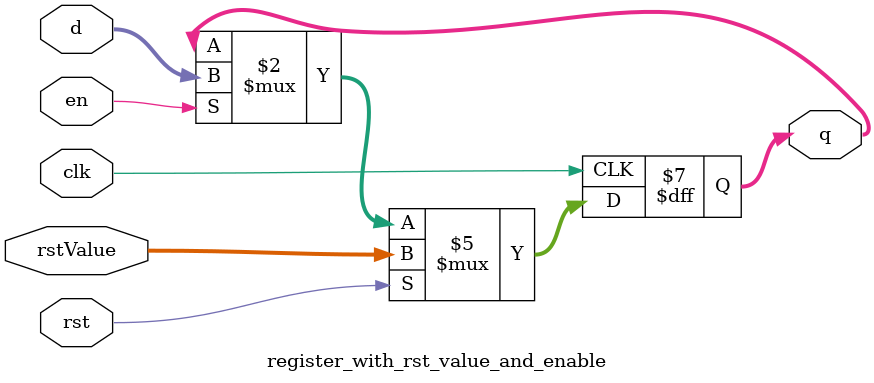
<source format=sv>

module register_with_rst_value_and_enable
(
    input               clk,
    input               rst,
    input        [31:0] rstValue,
    input               en,
    input        [31:0] d,
    output logic [31:0] q
);

    always_ff @ (posedge clk)
        if (rst)
            q <= rstValue;
        else if (en)
            q <= d;

endmodule

</source>
